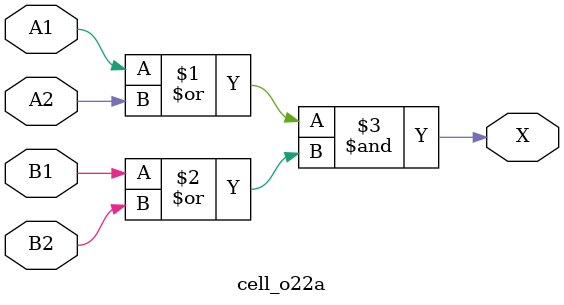
<source format=v>
`timescale 1ps/1ps
module cell_o22a
(
    input wire A1,
    input wire A2,
    input wire B1,
    input wire B2,
    output wire X
);
    assign X = ((A1 | A2) & (B1 | B2));
endmodule

</source>
